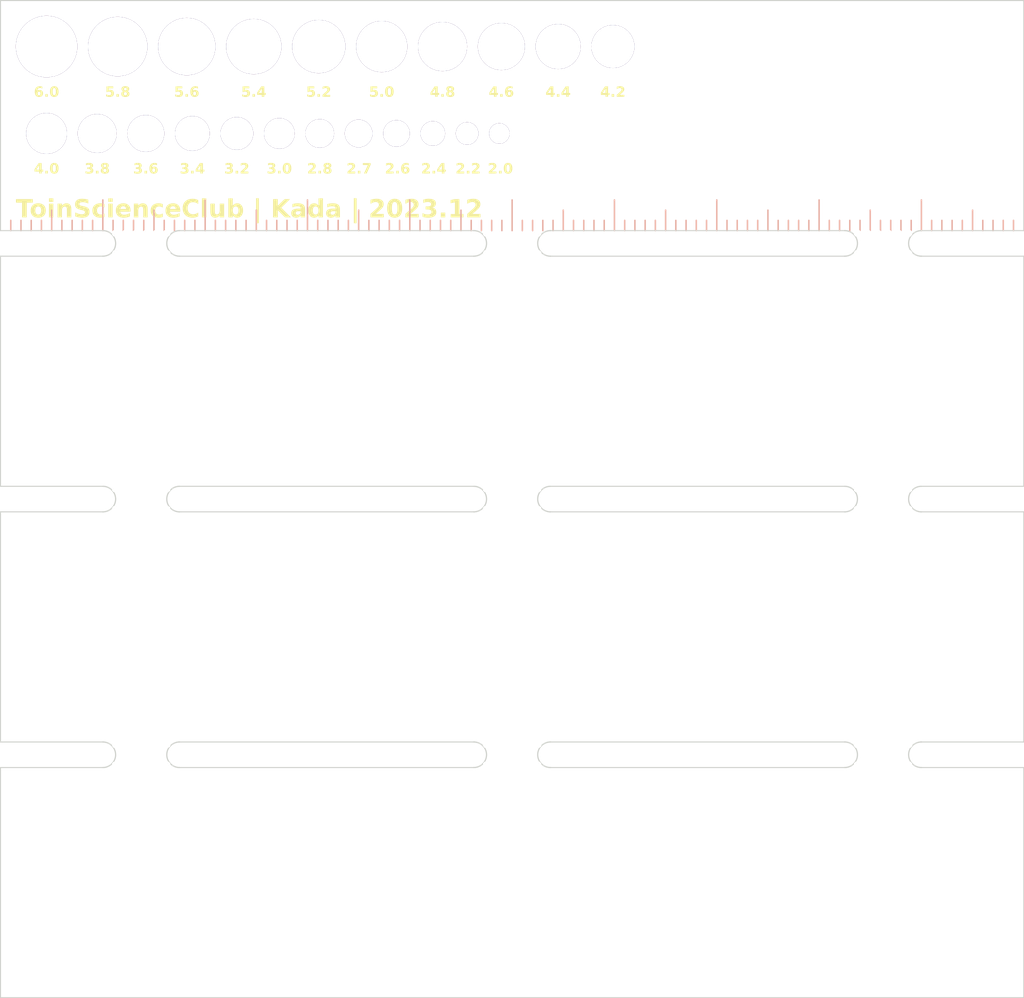
<source format=kicad_pcb>
(kicad_pcb (version 20221018) (generator pcbnew)
  (layers (0 "F.Cu" signal) (31 "B.Cu" signal) (34 "B.Paste" user) (35 "F.Paste" user) (36 "B.SilkS" user "B.Silkscreen") (37 "F.SilkS" user "F.Silkscreen") (38 "B.Mask" user) (39 "F.Mask" user) (44 "Edge.Cuts" user))
  (net 0 "")
  (footprint "@2023__Common:Joint" (layer "F.Cu") (at 100 71.25)
    (fp_text reference "REF**" hide)
    (fp_text value "Joint")
    (fp_arc (start -3.75 -1.25) (mid -2.5 0) (end -3.75 1.25) (stroke (width 0.12)) (layer "Edge.Cuts"))
    (fp_arc (start 3.75 1.25) (mid 2.5 0) (end 3.75 -1.25) (stroke (width 0.12)) (layer "Edge.Cuts"))
    (pad "" np_thru_hole circle (at -2.5 -1) (size 0.7 0.7) (drill 0.7) (layers "F&B.Cu" "*.Mask"))
    (pad "" np_thru_hole circle (at -2.5 1) (size 0.7 0.7) (drill 0.7) (layers "F&B.Cu" "*.Mask"))
    (pad "" np_thru_hole circle (at -1.5 -1) (size 0.7 0.7) (drill 0.7) (layers "F&B.Cu" "*.Mask"))
    (pad "" np_thru_hole circle (at -1.5 1) (size 0.7 0.7) (drill 0.7) (layers "F&B.Cu" "*.Mask"))
    (pad "" np_thru_hole circle (at -0.5 -1) (size 0.7 0.7) (drill 0.7) (layers "F&B.Cu" "*.Mask"))
    (pad "" np_thru_hole circle (at -0.5 1) (size 0.7 0.7) (drill 0.7) (layers "F&B.Cu" "*.Mask"))
    (pad "" np_thru_hole circle (at 0.5 -1) (size 0.7 0.7) (drill 0.7) (layers "F&B.Cu" "*.Mask"))
    (pad "" np_thru_hole circle (at 0.5 1) (size 0.7 0.7) (drill 0.7) (layers "F&B.Cu" "*.Mask"))
    (pad "" np_thru_hole circle (at 1.5 -1) (size 0.7 0.7) (drill 0.7) (layers "F&B.Cu" "*.Mask"))
    (pad "" np_thru_hole circle (at 1.5 1) (size 0.7 0.7) (drill 0.7) (layers "F&B.Cu" "*.Mask"))
    (pad "" np_thru_hole circle (at 2.5 -1) (size 0.7 0.7) (drill 0.7) (layers "F&B.Cu" "*.Mask"))
    (pad "" np_thru_hole circle (at 2.5 1) (size 0.7 0.7) (drill 0.7) (layers "F&B.Cu" "*.Mask"))
  )
  (footprint "@2023__Common:Joint" (layer "F.Cu") (at 63.75 121.25)
    (fp_text reference "REF**" hide)
    (fp_text value "Joint")
    (fp_arc (start -3.75 -1.25) (mid -2.5 0) (end -3.75 1.25) (stroke (width 0.12)) (layer "Edge.Cuts"))
    (fp_arc (start 3.75 1.25) (mid 2.5 0) (end 3.75 -1.25) (stroke (width 0.12)) (layer "Edge.Cuts"))
    (pad "" np_thru_hole circle (at -2.5 -1) (size 0.7 0.7) (drill 0.7) (layers "F&B.Cu" "*.Mask"))
    (pad "" np_thru_hole circle (at -2.5 1) (size 0.7 0.7) (drill 0.7) (layers "F&B.Cu" "*.Mask"))
    (pad "" np_thru_hole circle (at -1.5 -1) (size 0.7 0.7) (drill 0.7) (layers "F&B.Cu" "*.Mask"))
    (pad "" np_thru_hole circle (at -1.5 1) (size 0.7 0.7) (drill 0.7) (layers "F&B.Cu" "*.Mask"))
    (pad "" np_thru_hole circle (at -0.5 -1) (size 0.7 0.7) (drill 0.7) (layers "F&B.Cu" "*.Mask"))
    (pad "" np_thru_hole circle (at -0.5 1) (size 0.7 0.7) (drill 0.7) (layers "F&B.Cu" "*.Mask"))
    (pad "" np_thru_hole circle (at 0.5 -1) (size 0.7 0.7) (drill 0.7) (layers "F&B.Cu" "*.Mask"))
    (pad "" np_thru_hole circle (at 0.5 1) (size 0.7 0.7) (drill 0.7) (layers "F&B.Cu" "*.Mask"))
    (pad "" np_thru_hole circle (at 1.5 -1) (size 0.7 0.7) (drill 0.7) (layers "F&B.Cu" "*.Mask"))
    (pad "" np_thru_hole circle (at 1.5 1) (size 0.7 0.7) (drill 0.7) (layers "F&B.Cu" "*.Mask"))
    (pad "" np_thru_hole circle (at 2.5 -1) (size 0.7 0.7) (drill 0.7) (layers "F&B.Cu" "*.Mask"))
    (pad "" np_thru_hole circle (at 2.5 1) (size 0.7 0.7) (drill 0.7) (layers "F&B.Cu" "*.Mask"))
  )
  (footprint "@2023__Common:Joint" (layer "F.Cu") (at 136.25 96.25)
    (fp_text reference "REF**" hide)
    (fp_text value "Joint")
    (fp_arc (start -3.75 -1.25) (mid -2.5 0) (end -3.75 1.25) (stroke (width 0.12)) (layer "Edge.Cuts"))
    (fp_arc (start 3.75 1.25) (mid 2.5 0) (end 3.75 -1.25) (stroke (width 0.12)) (layer "Edge.Cuts"))
    (pad "" np_thru_hole circle (at -2.5 -1) (size 0.7 0.7) (drill 0.7) (layers "F&B.Cu" "*.Mask"))
    (pad "" np_thru_hole circle (at -2.5 1) (size 0.7 0.7) (drill 0.7) (layers "F&B.Cu" "*.Mask"))
    (pad "" np_thru_hole circle (at -1.5 -1) (size 0.7 0.7) (drill 0.7) (layers "F&B.Cu" "*.Mask"))
    (pad "" np_thru_hole circle (at -1.5 1) (size 0.7 0.7) (drill 0.7) (layers "F&B.Cu" "*.Mask"))
    (pad "" np_thru_hole circle (at -0.5 -1) (size 0.7 0.7) (drill 0.7) (layers "F&B.Cu" "*.Mask"))
    (pad "" np_thru_hole circle (at -0.5 1) (size 0.7 0.7) (drill 0.7) (layers "F&B.Cu" "*.Mask"))
    (pad "" np_thru_hole circle (at 0.5 -1) (size 0.7 0.7) (drill 0.7) (layers "F&B.Cu" "*.Mask"))
    (pad "" np_thru_hole circle (at 0.5 1) (size 0.7 0.7) (drill 0.7) (layers "F&B.Cu" "*.Mask"))
    (pad "" np_thru_hole circle (at 1.5 -1) (size 0.7 0.7) (drill 0.7) (layers "F&B.Cu" "*.Mask"))
    (pad "" np_thru_hole circle (at 1.5 1) (size 0.7 0.7) (drill 0.7) (layers "F&B.Cu" "*.Mask"))
    (pad "" np_thru_hole circle (at 2.5 -1) (size 0.7 0.7) (drill 0.7) (layers "F&B.Cu" "*.Mask"))
    (pad "" np_thru_hole circle (at 2.5 1) (size 0.7 0.7) (drill 0.7) (layers "F&B.Cu" "*.Mask"))
  )
  (footprint "@2023__Common:Joint" (layer "F.Cu") (at 136.25 71.25)
    (fp_text reference "REF**" hide)
    (fp_text value "Joint")
    (fp_arc (start -3.75 -1.25) (mid -2.5 0) (end -3.75 1.25) (stroke (width 0.12)) (layer "Edge.Cuts"))
    (fp_arc (start 3.75 1.25) (mid 2.5 0) (end 3.75 -1.25) (stroke (width 0.12)) (layer "Edge.Cuts"))
    (pad "" np_thru_hole circle (at -2.5 -1) (size 0.7 0.7) (drill 0.7) (layers "F&B.Cu" "*.Mask"))
    (pad "" np_thru_hole circle (at -2.5 1) (size 0.7 0.7) (drill 0.7) (layers "F&B.Cu" "*.Mask"))
    (pad "" np_thru_hole circle (at -1.5 -1) (size 0.7 0.7) (drill 0.7) (layers "F&B.Cu" "*.Mask"))
    (pad "" np_thru_hole circle (at -1.5 1) (size 0.7 0.7) (drill 0.7) (layers "F&B.Cu" "*.Mask"))
    (pad "" np_thru_hole circle (at -0.5 -1) (size 0.7 0.7) (drill 0.7) (layers "F&B.Cu" "*.Mask"))
    (pad "" np_thru_hole circle (at -0.5 1) (size 0.7 0.7) (drill 0.7) (layers "F&B.Cu" "*.Mask"))
    (pad "" np_thru_hole circle (at 0.5 -1) (size 0.7 0.7) (drill 0.7) (layers "F&B.Cu" "*.Mask"))
    (pad "" np_thru_hole circle (at 0.5 1) (size 0.7 0.7) (drill 0.7) (layers "F&B.Cu" "*.Mask"))
    (pad "" np_thru_hole circle (at 1.5 -1) (size 0.7 0.7) (drill 0.7) (layers "F&B.Cu" "*.Mask"))
    (pad "" np_thru_hole circle (at 1.5 1) (size 0.7 0.7) (drill 0.7) (layers "F&B.Cu" "*.Mask"))
    (pad "" np_thru_hole circle (at 2.5 -1) (size 0.7 0.7) (drill 0.7) (layers "F&B.Cu" "*.Mask"))
    (pad "" np_thru_hole circle (at 2.5 1) (size 0.7 0.7) (drill 0.7) (layers "F&B.Cu" "*.Mask"))
  )
  (footprint "@2023__Common:Joint" (layer "F.Cu") (at 63.75 71.25)
    (fp_text reference "REF**" hide)
    (fp_text value "Joint")
    (fp_arc (start -3.75 -1.25) (mid -2.5 0) (end -3.75 1.25) (stroke (width 0.12)) (layer "Edge.Cuts"))
    (fp_arc (start 3.75 1.25) (mid 2.5 0) (end 3.75 -1.25) (stroke (width 0.12)) (layer "Edge.Cuts"))
    (pad "" np_thru_hole circle (at -2.5 -1) (size 0.7 0.7) (drill 0.7) (layers "F&B.Cu" "*.Mask"))
    (pad "" np_thru_hole circle (at -2.5 1) (size 0.7 0.7) (drill 0.7) (layers "F&B.Cu" "*.Mask"))
    (pad "" np_thru_hole circle (at -1.5 -1) (size 0.7 0.7) (drill 0.7) (layers "F&B.Cu" "*.Mask"))
    (pad "" np_thru_hole circle (at -1.5 1) (size 0.7 0.7) (drill 0.7) (layers "F&B.Cu" "*.Mask"))
    (pad "" np_thru_hole circle (at -0.5 -1) (size 0.7 0.7) (drill 0.7) (layers "F&B.Cu" "*.Mask"))
    (pad "" np_thru_hole circle (at -0.5 1) (size 0.7 0.7) (drill 0.7) (layers "F&B.Cu" "*.Mask"))
    (pad "" np_thru_hole circle (at 0.5 -1) (size 0.7 0.7) (drill 0.7) (layers "F&B.Cu" "*.Mask"))
    (pad "" np_thru_hole circle (at 0.5 1) (size 0.7 0.7) (drill 0.7) (layers "F&B.Cu" "*.Mask"))
    (pad "" np_thru_hole circle (at 1.5 -1) (size 0.7 0.7) (drill 0.7) (layers "F&B.Cu" "*.Mask"))
    (pad "" np_thru_hole circle (at 1.5 1) (size 0.7 0.7) (drill 0.7) (layers "F&B.Cu" "*.Mask"))
    (pad "" np_thru_hole circle (at 2.5 -1) (size 0.7 0.7) (drill 0.7) (layers "F&B.Cu" "*.Mask"))
    (pad "" np_thru_hole circle (at 2.5 1) (size 0.7 0.7) (drill 0.7) (layers "F&B.Cu" "*.Mask"))
  )
  (footprint "@2023__Common:Joint" (layer "F.Cu") (at 136.25 121.25)
    (fp_text reference "REF**" hide)
    (fp_text value "Joint")
    (fp_arc (start -3.75 -1.25) (mid -2.5 0) (end -3.75 1.25) (stroke (width 0.12)) (layer "Edge.Cuts"))
    (fp_arc (start 3.75 1.25) (mid 2.5 0) (end 3.75 -1.25) (stroke (width 0.12)) (layer "Edge.Cuts"))
    (pad "" np_thru_hole circle (at -2.5 -1) (size 0.7 0.7) (drill 0.7) (layers "F&B.Cu" "*.Mask"))
    (pad "" np_thru_hole circle (at -2.5 1) (size 0.7 0.7) (drill 0.7) (layers "F&B.Cu" "*.Mask"))
    (pad "" np_thru_hole circle (at -1.5 -1) (size 0.7 0.7) (drill 0.7) (layers "F&B.Cu" "*.Mask"))
    (pad "" np_thru_hole circle (at -1.5 1) (size 0.7 0.7) (drill 0.7) (layers "F&B.Cu" "*.Mask"))
    (pad "" np_thru_hole circle (at -0.5 -1) (size 0.7 0.7) (drill 0.7) (layers "F&B.Cu" "*.Mask"))
    (pad "" np_thru_hole circle (at -0.5 1) (size 0.7 0.7) (drill 0.7) (layers "F&B.Cu" "*.Mask"))
    (pad "" np_thru_hole circle (at 0.5 -1) (size 0.7 0.7) (drill 0.7) (layers "F&B.Cu" "*.Mask"))
    (pad "" np_thru_hole circle (at 0.5 1) (size 0.7 0.7) (drill 0.7) (layers "F&B.Cu" "*.Mask"))
    (pad "" np_thru_hole circle (at 1.5 -1) (size 0.7 0.7) (drill 0.7) (layers "F&B.Cu" "*.Mask"))
    (pad "" np_thru_hole circle (at 1.5 1) (size 0.7 0.7) (drill 0.7) (layers "F&B.Cu" "*.Mask"))
    (pad "" np_thru_hole circle (at 2.5 -1) (size 0.7 0.7) (drill 0.7) (layers "F&B.Cu" "*.Mask"))
    (pad "" np_thru_hole circle (at 2.5 1) (size 0.7 0.7) (drill 0.7) (layers "F&B.Cu" "*.Mask"))
  )
  (footprint "@2023__Common:Joint" (layer "F.Cu") (at 100 96.25)
    (fp_text reference "REF**" hide)
    (fp_text value "Joint")
    (fp_arc (start -3.75 -1.25) (mid -2.5 0) (end -3.75 1.25) (stroke (width 0.12)) (layer "Edge.Cuts"))
    (fp_arc (start 3.75 1.25) (mid 2.5 0) (end 3.75 -1.25) (stroke (width 0.12)) (layer "Edge.Cuts"))
    (pad "" np_thru_hole circle (at -2.5 -1) (size 0.7 0.7) (drill 0.7) (layers "F&B.Cu" "*.Mask"))
    (pad "" np_thru_hole circle (at -2.5 1) (size 0.7 0.7) (drill 0.7) (layers "F&B.Cu" "*.Mask"))
    (pad "" np_thru_hole circle (at -1.5 -1) (size 0.7 0.7) (drill 0.7) (layers "F&B.Cu" "*.Mask"))
    (pad "" np_thru_hole circle (at -1.5 1) (size 0.7 0.7) (drill 0.7) (layers "F&B.Cu" "*.Mask"))
    (pad "" np_thru_hole circle (at -0.5 -1) (size 0.7 0.7) (drill 0.7) (layers "F&B.Cu" "*.Mask"))
    (pad "" np_thru_hole circle (at -0.5 1) (size 0.7 0.7) (drill 0.7) (layers "F&B.Cu" "*.Mask"))
    (pad "" np_thru_hole circle (at 0.5 -1) (size 0.7 0.7) (drill 0.7) (layers "F&B.Cu" "*.Mask"))
    (pad "" np_thru_hole circle (at 0.5 1) (size 0.7 0.7) (drill 0.7) (layers "F&B.Cu" "*.Mask"))
    (pad "" np_thru_hole circle (at 1.5 -1) (size 0.7 0.7) (drill 0.7) (layers "F&B.Cu" "*.Mask"))
    (pad "" np_thru_hole circle (at 1.5 1) (size 0.7 0.7) (drill 0.7) (layers "F&B.Cu" "*.Mask"))
    (pad "" np_thru_hole circle (at 2.5 -1) (size 0.7 0.7) (drill 0.7) (layers "F&B.Cu" "*.Mask"))
    (pad "" np_thru_hole circle (at 2.5 1) (size 0.7 0.7) (drill 0.7) (layers "F&B.Cu" "*.Mask"))
  )
  (footprint "@2023__Common:Joint" (layer "F.Cu") (at 100 121.25)
    (fp_text reference "REF**" hide)
    (fp_text value "Joint")
    (fp_arc (start -3.75 -1.25) (mid -2.5 0) (end -3.75 1.25) (stroke (width 0.12)) (layer "Edge.Cuts"))
    (fp_arc (start 3.75 1.25) (mid 2.5 0) (end 3.75 -1.25) (stroke (width 0.12)) (layer "Edge.Cuts"))
    (pad "" np_thru_hole circle (at -2.5 -1) (size 0.7 0.7) (drill 0.7) (layers "F&B.Cu" "*.Mask"))
    (pad "" np_thru_hole circle (at -2.5 1) (size 0.7 0.7) (drill 0.7) (layers "F&B.Cu" "*.Mask"))
    (pad "" np_thru_hole circle (at -1.5 -1) (size 0.7 0.7) (drill 0.7) (layers "F&B.Cu" "*.Mask"))
    (pad "" np_thru_hole circle (at -1.5 1) (size 0.7 0.7) (drill 0.7) (layers "F&B.Cu" "*.Mask"))
    (pad "" np_thru_hole circle (at -0.5 -1) (size 0.7 0.7) (drill 0.7) (layers "F&B.Cu" "*.Mask"))
    (pad "" np_thru_hole circle (at -0.5 1) (size 0.7 0.7) (drill 0.7) (layers "F&B.Cu" "*.Mask"))
    (pad "" np_thru_hole circle (at 0.5 -1) (size 0.7 0.7) (drill 0.7) (layers "F&B.Cu" "*.Mask"))
    (pad "" np_thru_hole circle (at 0.5 1) (size 0.7 0.7) (drill 0.7) (layers "F&B.Cu" "*.Mask"))
    (pad "" np_thru_hole circle (at 1.5 -1) (size 0.7 0.7) (drill 0.7) (layers "F&B.Cu" "*.Mask"))
    (pad "" np_thru_hole circle (at 1.5 1) (size 0.7 0.7) (drill 0.7) (layers "F&B.Cu" "*.Mask"))
    (pad "" np_thru_hole circle (at 2.5 -1) (size 0.7 0.7) (drill 0.7) (layers "F&B.Cu" "*.Mask"))
    (pad "" np_thru_hole circle (at 2.5 1) (size 0.7 0.7) (drill 0.7) (layers "F&B.Cu" "*.Mask"))
  )
  (footprint "@2023__Common:Joint" (layer "F.Cu") (at 63.75 96.25)
    (fp_text reference "REF**" hide)
    (fp_text value "Joint")
    (fp_arc (start -3.75 -1.25) (mid -2.5 0) (end -3.75 1.25) (stroke (width 0.12)) (layer "Edge.Cuts"))
    (fp_arc (start 3.75 1.25) (mid 2.5 0) (end 3.75 -1.25) (stroke (width 0.12)) (layer "Edge.Cuts"))
    (pad "" np_thru_hole circle (at -2.5 -1) (size 0.7 0.7) (drill 0.7) (layers "F&B.Cu" "*.Mask"))
    (pad "" np_thru_hole circle (at -2.5 1) (size 0.7 0.7) (drill 0.7) (layers "F&B.Cu" "*.Mask"))
    (pad "" np_thru_hole circle (at -1.5 -1) (size 0.7 0.7) (drill 0.7) (layers "F&B.Cu" "*.Mask"))
    (pad "" np_thru_hole circle (at -1.5 1) (size 0.7 0.7) (drill 0.7) (layers "F&B.Cu" "*.Mask"))
    (pad "" np_thru_hole circle (at -0.5 -1) (size 0.7 0.7) (drill 0.7) (layers "F&B.Cu" "*.Mask"))
    (pad "" np_thru_hole circle (at -0.5 1) (size 0.7 0.7) (drill 0.7) (layers "F&B.Cu" "*.Mask"))
    (pad "" np_thru_hole circle (at 0.5 -1) (size 0.7 0.7) (drill 0.7) (layers "F&B.Cu" "*.Mask"))
    (pad "" np_thru_hole circle (at 0.5 1) (size 0.7 0.7) (drill 0.7) (layers "F&B.Cu" "*.Mask"))
    (pad "" np_thru_hole circle (at 1.5 -1) (size 0.7 0.7) (drill 0.7) (layers "F&B.Cu" "*.Mask"))
    (pad "" np_thru_hole circle (at 1.5 1) (size 0.7 0.7) (drill 0.7) (layers "F&B.Cu" "*.Mask"))
    (pad "" np_thru_hole circle (at 2.5 -1) (size 0.7 0.7) (drill 0.7) (layers "F&B.Cu" "*.Mask"))
    (pad "" np_thru_hole circle (at 2.5 1) (size 0.7 0.7) (drill 0.7) (layers "F&B.Cu" "*.Mask"))
  )
  (gr_line (start 54 69) (end 54 70) (stroke (width 0.15)) (layer "B.SilkS"))
  (gr_line (start 51 70) (end 51 69) (stroke (width 0.15)) (layer "B.SilkS"))
  (gr_line (start 83 69) (end 83 70) (stroke (width 0.15)) (layer "B.SilkS"))
  (gr_line (start 108 69) (end 108 70) (stroke (width 0.15)) (layer "B.SilkS"))
  (gr_line (start 127 69) (end 127 70) (stroke (width 0.15)) (layer "B.SilkS"))
  (gr_line (start 124 69) (end 124 70) (stroke (width 0.15)) (layer "B.SilkS"))
  (gr_line (start 96 69) (end 96 70) (stroke (width 0.15)) (layer "B.SilkS"))
  (gr_line (start 132 70) (end 132 69) (stroke (width 0.15)) (layer "B.SilkS"))
  (gr_line (start 100 70) (end 100 67) (stroke (width 0.15)) (layer "B.SilkS"))
  (gr_line (start 111 69) (end 111 70) (stroke (width 0.15)) (layer "B.SilkS"))
  (gr_line (start 149 70) (end 149 69) (stroke (width 0.15)) (layer "B.SilkS"))
  (gr_line (start 147 70) (end 147 69) (stroke (width 0.15)) (layer "B.SilkS"))
  (gr_line (start 138 69) (end 138 70) (stroke (width 0.15)) (layer "B.SilkS"))
  (gr_line (start 119 70) (end 119 69) (stroke (width 0.15)) (layer "B.SilkS"))
  (gr_line (start 129 70) (end 129 69) (stroke (width 0.15)) (layer "B.SilkS"))
  (gr_line (start 97 70) (end 97 69) (stroke (width 0.15)) (layer "B.SilkS"))
  (gr_line (start 95 68) (end 95 70) (stroke (width 0.15)) (layer "B.SilkS"))
  (gr_line (start 75 70) (end 75 68) (stroke (width 0.15)) (layer "B.SilkS"))
  (gr_line (start 82 70) (end 82 69) (stroke (width 0.15)) (layer "B.SilkS"))
  (gr_line (start 57 69) (end 57 70) (stroke (width 0.15)) (layer "B.SilkS"))
  (gr_line (start 136 69) (end 136 70) (stroke (width 0.15)) (layer "B.SilkS"))
  (gr_line (start 63 69) (end 63 70) (stroke (width 0.15)) (layer "B.SilkS"))
  (gr_line (start 121 69) (end 121 70) (stroke (width 0.15)) (layer "B.SilkS"))
  (gr_line (start 103 69) (end 103 70) (stroke (width 0.15)) (layer "B.SilkS"))
  (gr_line (start 72 70) (end 72 69) (stroke (width 0.15)) (layer "B.SilkS"))
  (gr_line (start 120 70) (end 120 67) (stroke (width 0.15)) (layer "B.SilkS"))
  (gr_line (start 114 70) (end 114 69) (stroke (width 0.15)) (layer "B.SilkS"))
  (gr_line (start 144 70) (end 144 69) (stroke (width 0.15)) (layer "B.SilkS"))
  (gr_line (start 76 69) (end 76 70) (stroke (width 0.15)) (layer "B.SilkS"))
  (gr_line (start 68 69) (end 68 70) (stroke (width 0.15)) (layer "B.SilkS"))
  (gr_line (start 137 70) (end 137 69) (stroke (width 0.15)) (layer "B.SilkS"))
  (gr_line (start 112 70) (end 112 69) (stroke (width 0.15)) (layer "B.SilkS"))
  (gr_line (start 98 69) (end 98 70) (stroke (width 0.15)) (layer "B.SilkS"))
  (gr_line (start 130 70) (end 130 67) (stroke (width 0.15)) (layer "B.SilkS"))
  (gr_line (start 113 69) (end 113 70) (stroke (width 0.15)) (layer "B.SilkS"))
  (gr_line (start 80 70) (end 80 67) (stroke (width 0.15)) (layer "B.SilkS"))
  (gr_line (start 118 69) (end 118 70) (stroke (width 0.15)) (layer "B.SilkS"))
  (gr_line (start 142 70) (end 142 69) (stroke (width 0.15)) (layer "B.SilkS"))
  (gr_line (start 66 69) (end 66 70) (stroke (width 0.15)) (layer "B.SilkS"))
  (gr_line (start 109 70) (end 109 69) (stroke (width 0.15)) (layer "B.SilkS"))
  (gr_line (start 105 68) (end 105 70) (stroke (width 0.15)) (layer "B.SilkS"))
  (gr_line (start 67 70) (end 67 69) (stroke (width 0.15)) (layer "B.SilkS"))
  (gr_line (start 84 70) (end 84 69) (stroke (width 0.15)) (layer "B.SilkS"))
  (gr_line (start 139 70) (end 139 69) (stroke (width 0.15)) (layer "B.SilkS"))
  (gr_line (start 117 70) (end 117 69) (stroke (width 0.15)) (layer "B.SilkS"))
  (gr_line (start 126 70) (end 126 69) (stroke (width 0.15)) (layer "B.SilkS"))
  (gr_line (start 107 70) (end 107 69) (stroke (width 0.15)) (layer "B.SilkS"))
  (gr_line (start 64 70) (end 64 69) (stroke (width 0.15)) (layer "B.SilkS"))
  (gr_line (start 145 68) (end 145 70) (stroke (width 0.15)) (layer "B.SilkS"))
  (gr_line (start 141 69) (end 141 70) (stroke (width 0.15)) (layer "B.SilkS"))
  (gr_line (start 110 70) (end 110 67) (stroke (width 0.15)) (layer "B.SilkS"))
  (gr_line (start 102 70) (end 102 69) (stroke (width 0.15)) (layer "B.SilkS"))
  (gr_line (start 134 70) (end 134 69) (stroke (width 0.15)) (layer "B.SilkS"))
  (gr_line (start 148 69) (end 148 70) (stroke (width 0.15)) (layer "B.SilkS"))
  (gr_line (start 143 69) (end 143 70) (stroke (width 0.15)) (layer "B.SilkS"))
  (gr_line (start 135 68) (end 135 70) (stroke (width 0.15)) (layer "B.SilkS"))
  (gr_line (start 146 69) (end 146 70) (stroke (width 0.15)) (layer "B.SilkS"))
  (gr_line (start 81 69) (end 81 70) (stroke (width 0.15)) (layer "B.SilkS"))
  (gr_line (start 52 69) (end 52 70) (stroke (width 0.15)) (layer "B.SilkS"))
  (gr_line (start 90 70) (end 90 67) (stroke (width 0.15)) (layer "B.SilkS"))
  (gr_line (start 89 70) (end 89 69) (stroke (width 0.15)) (layer "B.SilkS"))
  (gr_line (start 106 69) (end 106 70) (stroke (width 0.15)) (layer "B.SilkS"))
  (gr_line (start 140 70) (end 140 67) (stroke (width 0.15)) (layer "B.SilkS"))
  (gr_line (start 104 70) (end 104 69) (stroke (width 0.15)) (layer "B.SilkS"))
  (gr_line (start 93 69) (end 93 70) (stroke (width 0.15)) (layer "B.SilkS"))
  (gr_line (start 71 69) (end 71 70) (stroke (width 0.15)) (layer "B.SilkS"))
  (gr_line (start 85 68) (end 85 70) (stroke (width 0.15)) (layer "B.SilkS"))
  (gr_line (start 77 70) (end 77 69) (stroke (width 0.15)) (layer "B.SilkS"))
  (gr_line (start 55 70) (end 55 68) (stroke (width 0.15)) (layer "B.SilkS"))
  (gr_line (start 115 68) (end 115 70) (stroke (width 0.15)) (layer "B.SilkS"))
  (gr_line (start 56 70) (end 56 69) (stroke (width 0.15)) (layer "B.SilkS"))
  (gr_line (start 70 70) (end 70 67) (stroke (width 0.15)) (layer "B.SilkS"))
  (gr_line (start 122 70) (end 122 69) (stroke (width 0.15)) (layer "B.SilkS"))
  (gr_line (start 128 69) (end 128 70) (stroke (width 0.15)) (layer "B.SilkS"))
  (gr_line (start 73 69) (end 73 70) (stroke (width 0.15)) (layer "B.SilkS"))
  (gr_line (start 87 70) (end 87 69) (stroke (width 0.15)) (layer "B.SilkS"))
  (gr_line (start 88 69) (end 88 70) (stroke (width 0.15)) (layer "B.SilkS"))
  (gr_line (start 123 69) (end 123 70) (stroke (width 0.15)) (layer "B.SilkS"))
  (gr_line (start 69 70) (end 69 69) (stroke (width 0.15)) (layer "B.SilkS"))
  (gr_line (start 53 70) (end 53 69) (stroke (width 0.15)) (layer "B.SilkS"))
  (gr_line (start 61 69) (end 61 70) (stroke (width 0.15)) (layer "B.SilkS"))
  (gr_line (start 116 69) (end 116 70) (stroke (width 0.15)) (layer "B.SilkS"))
  (gr_line (start 79 70) (end 79 69) (stroke (width 0.15)) (layer "B.SilkS"))
  (gr_line (start 125 68) (end 125 70) (stroke (width 0.15)) (layer "B.SilkS"))
  (gr_line (start 92 70) (end 92 69) (stroke (width 0.15)) (layer "B.SilkS"))
  (gr_line (start 91 69) (end 91 70) (stroke (width 0.15)) (layer "B.SilkS"))
  (gr_line (start 62 70) (end 62 69) (stroke (width 0.15)) (layer "B.SilkS"))
  (gr_line (start 60 70) (end 60 67) (stroke (width 0.15)) (layer "B.SilkS"))
  (gr_line (start 131 69) (end 131 70) (stroke (width 0.15)) (layer "B.SilkS"))
  (gr_line (start 133 69) (end 133 70) (stroke (width 0.15)) (layer "B.SilkS"))
  (gr_line (start 78 69) (end 78 70) (stroke (width 0.15)) (layer "B.SilkS"))
  (gr_line (start 59 69) (end 59 70) (stroke (width 0.15)) (layer "B.SilkS"))
  (gr_line (start 99 70) (end 99 69) (stroke (width 0.15)) (layer "B.SilkS"))
  (gr_line (start 65 70) (end 65 68) (stroke (width 0.15)) (layer "B.SilkS"))
  (gr_line (start 58 70) (end 58 69) (stroke (width 0.15)) (layer "B.SilkS"))
  (gr_line (start 101 69) (end 101 70) (stroke (width 0.15)) (layer "B.SilkS"))
  (gr_line (start 86 69) (end 86 70) (stroke (width 0.15)) (layer "B.SilkS"))
  (gr_line (start 74 70) (end 74 69) (stroke (width 0.15)) (layer "B.SilkS"))
  (gr_line (start 94 70) (end 94 69) (stroke (width 0.15)) (layer "B.SilkS"))
  (gr_line (start 50 145) (end 150 145) (stroke (width 0.1)) (layer "Edge.Cuts"))
  (gr_line (start 140 122.5) (end 150 122.5) (stroke (width 0.1)) (layer "Edge.Cuts"))
  (gr_line (start 150 70) (end 140 70) (stroke (width 0.1)) (layer "Edge.Cuts"))
  (gr_line (start 60 95) (end 50 95) (stroke (width 0.1)) (layer "Edge.Cuts"))
  (gr_line (start 132.5 120) (end 103.75 120) (stroke (width 0.1)) (layer "Edge.Cuts"))
  (gr_line (start 96.25 120) (end 67.5 120) (stroke (width 0.1)) (layer "Edge.Cuts"))
  (gr_line (start 140 72.5) (end 150 72.5) (stroke (width 0.1)) (layer "Edge.Cuts"))
  (gr_line (start 150 145) (end 150 122.5) (stroke (width 0.1)) (layer "Edge.Cuts"))
  (gr_line (start 50 72.5) (end 60 72.5) (stroke (width 0.1)) (layer "Edge.Cuts"))
  (gr_line (start 150 70) (end 150 47.5) (stroke (width 0.1)) (layer "Edge.Cuts"))
  (gr_line (start 150 120) (end 150 97.5) (stroke (width 0.1)) (layer "Edge.Cuts"))
  (gr_line (start 50 122.5) (end 50 145) (stroke (width 0.1)) (layer "Edge.Cuts"))
  (gr_line (start 60 70) (end 50 70) (stroke (width 0.1)) (layer "Edge.Cuts"))
  (gr_line (start 50 97.5) (end 60 97.5) (stroke (width 0.1)) (layer "Edge.Cuts"))
  (gr_line (start 67.5 97.5) (end 96.25 97.5) (stroke (width 0.1)) (layer "Edge.Cuts"))
  (gr_line (start 103.75 122.5) (end 132.5 122.5) (stroke (width 0.1)) (layer "Edge.Cuts"))
  (gr_line (start 50 72.5) (end 50 95) (stroke (width 0.1)) (layer "Edge.Cuts"))
  (gr_line (start 132.5 95) (end 103.75 95) (stroke (width 0.1)) (layer "Edge.Cuts"))
  (gr_line (start 150 95) (end 150 72.5) (stroke (width 0.1)) (layer "Edge.Cuts"))
  (gr_line (start 96.25 70) (end 67.5 70) (stroke (width 0.1)) (layer "Edge.Cuts"))
  (gr_line (start 50 122.5) (end 60 122.5) (stroke (width 0.1)) (layer "Edge.Cuts"))
  (gr_line (start 103.75 72.5) (end 132.5 72.5) (stroke (width 0.1)) (layer "Edge.Cuts"))
  (gr_line (start 67.5 122.5) (end 96.25 122.5) (stroke (width 0.1)) (layer "Edge.Cuts"))
  (gr_line (start 103.75 97.5) (end 132.5 97.5) (stroke (width 0.1)) (layer "Edge.Cuts"))
  (gr_line (start 140 97.5) (end 150 97.5) (stroke (width 0.1)) (layer "Edge.Cuts"))
  (gr_line (start 60 120) (end 50 120) (stroke (width 0.1)) (layer "Edge.Cuts"))
  (gr_line (start 96.25 95) (end 67.5 95) (stroke (width 0.1)) (layer "Edge.Cuts"))
  (gr_line (start 67.5 72.5) (end 96.25 72.5) (stroke (width 0.1)) (layer "Edge.Cuts"))
  (gr_line (start 50 47.5) (end 50 70) (stroke (width 0.1)) (layer "Edge.Cuts"))
  (gr_line (start 132.5 70) (end 103.75 70) (stroke (width 0.1)) (layer "Edge.Cuts"))
  (gr_line (start 150 120) (end 140 120) (stroke (width 0.1)) (layer "Edge.Cuts"))
  (gr_line (start 150 47.5) (end 50 47.5) (stroke (width 0.1)) (layer "Edge.Cuts"))
  (gr_line (start 50 97.5) (end 50 120) (stroke (width 0.1)) (layer "Edge.Cuts"))
  (gr_line (start 150 95) (end 140 95) (stroke (width 0.1)) (layer "Edge.Cuts"))
  (gr_text "5.0" (at 87.25 56.5) (layer "F.SilkS") (effects (font (size 1 1))))
  (gr_text "2.2" (at 95.7 64) (layer "F.SilkS") (effects (font (size 1 1))))
  (gr_text "5.4" (at 74.75 56.5) (layer "F.SilkS") (effects (font (size 1 1))))
  (gr_text "3.6" (at 64.2 64) (layer "F.SilkS") (effects (font (size 1 1))))
  (gr_text "2.7" (at 85.05 64) (layer "F.SilkS") (effects (font (size 1 1))))
  (gr_text "3.0" (at 77.25 64) (layer "F.SilkS") (effects (font (size 1 1))))
  (gr_text "4.2" (at 109.85 56.5) (layer "F.SilkS") (effects (font (size 1 1))))
  (gr_text "6.0" (at 54.5 56.5) (layer "F.SilkS") (effects (font (size 1 1))))
  (gr_text "5.2" (at 81.1 56.5) (layer "F.SilkS") (effects (font (size 1 1))))
  (gr_text "3.8" (at 59.45 64) (layer "F.SilkS") (effects (font (size 1 1))))
  (gr_text "2.0" (at 98.85 64) (layer "F.SilkS") (effects (font (size 1 1))))
  (gr_text "2.8" (at 81.2 64) (layer "F.SilkS") (effects (font (size 1 1))))
  (gr_text "4.6" (at 98.95 56.5) (layer "F.SilkS") (effects (font (size 1 1))))
  (gr_text "2.6" (at 88.8 64) (layer "F.SilkS") (effects (font (size 1 1))))
  (gr_text "4.0" (at 54.5 64) (layer "F.SilkS") (effects (font (size 1 1))))
  (gr_text "3.2" (at 73.1 64) (layer "F.SilkS") (effects (font (size 1 1))))
  (gr_text "ToinScienceClub | Kada | 2023.12" (at 51.5 69) (layer "F.SilkS") (effects (font (size 1.75 1.75) (thickness 0.25)) (justify left bottom)))
  (gr_text "5.6" (at 68.2 56.5) (layer "F.SilkS") (effects (font (size 1 1))))
  (gr_text "5.8" (at 61.45 56.5) (layer "F.SilkS") (effects (font (size 1 1))))
  (gr_text "3.4" (at 68.75 64) (layer "F.SilkS") (effects (font (size 1 1))))
  (gr_text "2.4" (at 92.35 64) (layer "F.SilkS") (effects (font (size 1 1))))
  (gr_text "4.8" (at 93.2 56.5) (layer "F.SilkS") (effects (font (size 1 1))))
  (gr_text "4.4" (at 104.5 56.5) (layer "F.SilkS") (effects (font (size 1 1))))
  (via (at 92.25 60.5) (size 2.4) (drill 2.4) (layers "F.Cu" "B.Cu") (net 0))
  (via (at 95.6 60.5) (size 2.2) (drill 2.2) (layers "F.Cu" "B.Cu") (net 0))
  (via (at 61.45 52) (size 5.8) (drill 5.8) (layers "F.Cu" "B.Cu") (net 0))
  (via (at 88.7 60.5) (size 2.6) (drill 2.6) (layers "F.Cu" "B.Cu") (net 0))
  (via (at 59.45 60.5) (size 3.8) (drill 3.8) (layers "F.Cu" "B.Cu") (net 0))
  (via (at 85 60.5) (size 2.7) (drill 2.7) (layers "F.Cu" "B.Cu") (net 0))
  (via (at 68.2 52) (size 5.6) (drill 5.6) (layers "F.Cu" "B.Cu") (net 0))
  (via (at 74.75 52) (size 5.4) (drill 5.4) (layers "F.Cu" "B.Cu") (net 0))
  (via (at 73.1 60.5) (size 3.2) (drill 3.2) (layers "F.Cu" "B.Cu") (net 0))
  (via (at 98.75 60.5) (size 2) (drill 2) (layers "F.Cu" "B.Cu") (net 0))
  (via (at 93.2 52) (size 4.8) (drill 4.8) (layers "F.Cu" "B.Cu") (net 0))
  (via (at 68.75 60.5) (size 3.4) (drill 3.4) (layers "F.Cu" "B.Cu") (net 0))
  (via (at 77.25 60.5) (size 3) (drill 3) (layers "F.Cu" "B.Cu") (net 0))
  (via (at 81.2 60.5) (size 2.8) (drill 2.8) (layers "F.Cu" "B.Cu") (net 0))
  (via (at 98.95 52) (size 4.6) (drill 4.6) (layers "F.Cu" "B.Cu") (net 0))
  (via (at 104.5 52) (size 4.4) (drill 4.4) (layers "F.Cu" "B.Cu") (net 0))
  (via (at 54.5 60.5) (size 4) (drill 4) (layers "F.Cu" "B.Cu") (net 0))
  (via (at 64.2 60.5) (size 3.6) (drill 3.6) (layers "F.Cu" "B.Cu") (net 0))
  (via (at 109.85 52) (size 4.2) (drill 4.2) (layers "F.Cu" "B.Cu") (net 0))
  (via (at 54.5 52) (size 6) (drill 6) (layers "F.Cu" "B.Cu") (net 0))
  (via (at 81.1 52) (size 5.2) (drill 5.2) (layers "F.Cu" "B.Cu") (net 0))
  (via (at 87.25 52) (size 5) (drill 5) (layers "F.Cu" "B.Cu") (net 0))
)
</source>
